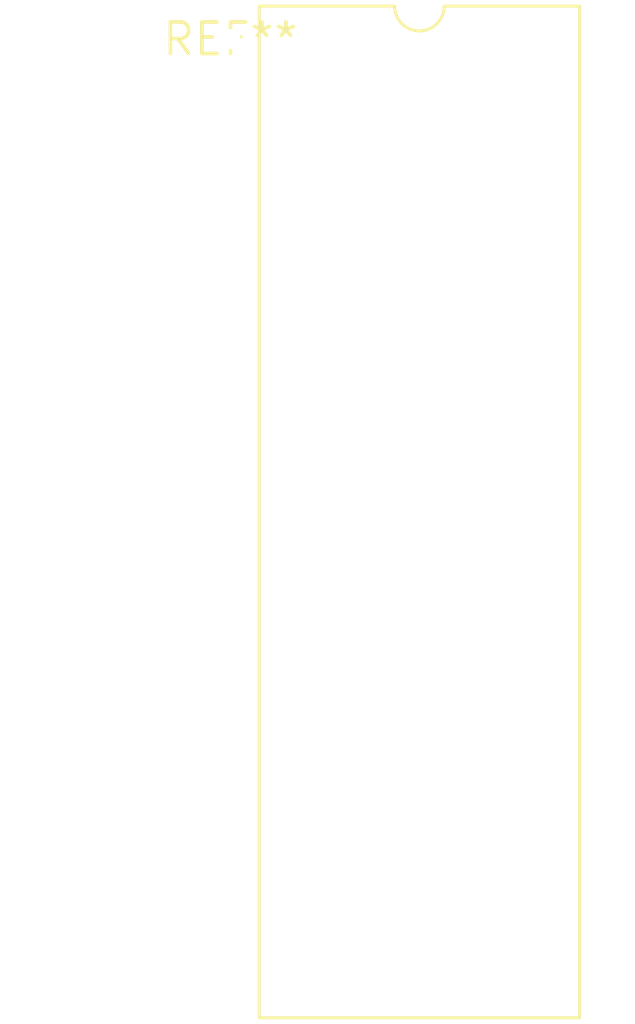
<source format=kicad_pcb>
(kicad_pcb (version 20240108) (generator pcbnew)
  (layers (0 "F.Cu" signal) (31 "B.Cu" signal) (34 "B.Paste" user) (35 "F.Paste" user) (36 "B.SilkS" user "B.Silkscreen") (37 "F.SilkS" user "F.Silkscreen") (38 "B.Mask" user) (39 "F.Mask" user) (44 "Edge.Cuts" user))
  (net 0 "")
  (footprint "DIP-32_W15.24mm" (layer "F.Cu") (at 0 0)
    (property "Reference" "REF**")
    (property "Value" "DIP-32_W15.24mm")
    (fp_line (start 1.16 -1.33) (end 1.16 39.43) (layer "F.SilkS") (stroke (width 0.12)))
    (fp_line (start 1.16 39.43) (end 14.08 39.43) (layer "F.SilkS") (stroke (width 0.12)))
    (fp_line (start 6.62 -1.33) (end 1.16 -1.33) (layer "F.SilkS") (stroke (width 0.12)))
    (fp_line (start 14.08 -1.33) (end 8.62 -1.33) (layer "F.SilkS") (stroke (width 0.12)))
    (fp_line (start 14.08 39.43) (end 14.08 -1.33) (layer "F.SilkS") (stroke (width 0.12)))
    (fp_arc (start 8.62 -1.33) (mid 7.62 -0.33) (end 6.62 -1.33) (layer "F.SilkS") (stroke (width 0.12)))
    (pad "1" thru_hole rect (at 0 0) (size 1.6 1.6) (drill 0.8) (layers *.Cu *.Mask) (remove_unused_layers))
    (pad "2" thru_hole oval (at 0 2.54) (size 1.6 1.6) (drill 0.8) (layers *.Cu *.Mask) (remove_unused_layers))
    (pad "3" thru_hole oval (at 0 5.08) (size 1.6 1.6) (drill 0.8) (layers *.Cu *.Mask) (remove_unused_layers))
    (pad "4" thru_hole oval (at 0 7.62) (size 1.6 1.6) (drill 0.8) (layers *.Cu *.Mask) (remove_unused_layers))
    (pad "5" thru_hole oval (at 0 10.16) (size 1.6 1.6) (drill 0.8) (layers *.Cu *.Mask) (remove_unused_layers))
    (pad "6" thru_hole oval (at 0 12.7) (size 1.6 1.6) (drill 0.8) (layers *.Cu *.Mask) (remove_unused_layers))
    (pad "7" thru_hole oval (at 0 15.24) (size 1.6 1.6) (drill 0.8) (layers *.Cu *.Mask) (remove_unused_layers))
    (pad "8" thru_hole oval (at 0 17.78) (size 1.6 1.6) (drill 0.8) (layers *.Cu *.Mask) (remove_unused_layers))
    (pad "9" thru_hole oval (at 0 20.32) (size 1.6 1.6) (drill 0.8) (layers *.Cu *.Mask) (remove_unused_layers))
    (pad "10" thru_hole oval (at 0 22.86) (size 1.6 1.6) (drill 0.8) (layers *.Cu *.Mask) (remove_unused_layers))
    (pad "11" thru_hole oval (at 0 25.4) (size 1.6 1.6) (drill 0.8) (layers *.Cu *.Mask) (remove_unused_layers))
    (pad "12" thru_hole oval (at 0 27.94) (size 1.6 1.6) (drill 0.8) (layers *.Cu *.Mask) (remove_unused_layers))
    (pad "13" thru_hole oval (at 0 30.48) (size 1.6 1.6) (drill 0.8) (layers *.Cu *.Mask) (remove_unused_layers))
    (pad "14" thru_hole oval (at 0 33.02) (size 1.6 1.6) (drill 0.8) (layers *.Cu *.Mask) (remove_unused_layers))
    (pad "15" thru_hole oval (at 0 35.56) (size 1.6 1.6) (drill 0.8) (layers *.Cu *.Mask) (remove_unused_layers))
    (pad "16" thru_hole oval (at 0 38.1) (size 1.6 1.6) (drill 0.8) (layers *.Cu *.Mask) (remove_unused_layers))
    (pad "17" thru_hole oval (at 15.24 38.1) (size 1.6 1.6) (drill 0.8) (layers *.Cu *.Mask) (remove_unused_layers))
    (pad "18" thru_hole oval (at 15.24 35.56) (size 1.6 1.6) (drill 0.8) (layers *.Cu *.Mask) (remove_unused_layers))
    (pad "19" thru_hole oval (at 15.24 33.02) (size 1.6 1.6) (drill 0.8) (layers *.Cu *.Mask) (remove_unused_layers))
    (pad "20" thru_hole oval (at 15.24 30.48) (size 1.6 1.6) (drill 0.8) (layers *.Cu *.Mask) (remove_unused_layers))
    (pad "21" thru_hole oval (at 15.24 27.94) (size 1.6 1.6) (drill 0.8) (layers *.Cu *.Mask) (remove_unused_layers))
    (pad "22" thru_hole oval (at 15.24 25.4) (size 1.6 1.6) (drill 0.8) (layers *.Cu *.Mask) (remove_unused_layers))
    (pad "23" thru_hole oval (at 15.24 22.86) (size 1.6 1.6) (drill 0.8) (layers *.Cu *.Mask) (remove_unused_layers))
    (pad "24" thru_hole oval (at 15.24 20.32) (size 1.6 1.6) (drill 0.8) (layers *.Cu *.Mask) (remove_unused_layers))
    (pad "25" thru_hole oval (at 15.24 17.78) (size 1.6 1.6) (drill 0.8) (layers *.Cu *.Mask) (remove_unused_layers))
    (pad "26" thru_hole oval (at 15.24 15.24) (size 1.6 1.6) (drill 0.8) (layers *.Cu *.Mask) (remove_unused_layers))
    (pad "27" thru_hole oval (at 15.24 12.7) (size 1.6 1.6) (drill 0.8) (layers *.Cu *.Mask) (remove_unused_layers))
    (pad "28" thru_hole oval (at 15.24 10.16) (size 1.6 1.6) (drill 0.8) (layers *.Cu *.Mask) (remove_unused_layers))
    (pad "29" thru_hole oval (at 15.24 7.62) (size 1.6 1.6) (drill 0.8) (layers *.Cu *.Mask) (remove_unused_layers))
    (pad "30" thru_hole oval (at 15.24 5.08) (size 1.6 1.6) (drill 0.8) (layers *.Cu *.Mask) (remove_unused_layers))
    (pad "31" thru_hole oval (at 15.24 2.54) (size 1.6 1.6) (drill 0.8) (layers *.Cu *.Mask) (remove_unused_layers))
    (pad "32" thru_hole oval (at 15.24 0) (size 1.6 1.6) (drill 0.8) (layers *.Cu *.Mask) (remove_unused_layers))
  )
)
</source>
